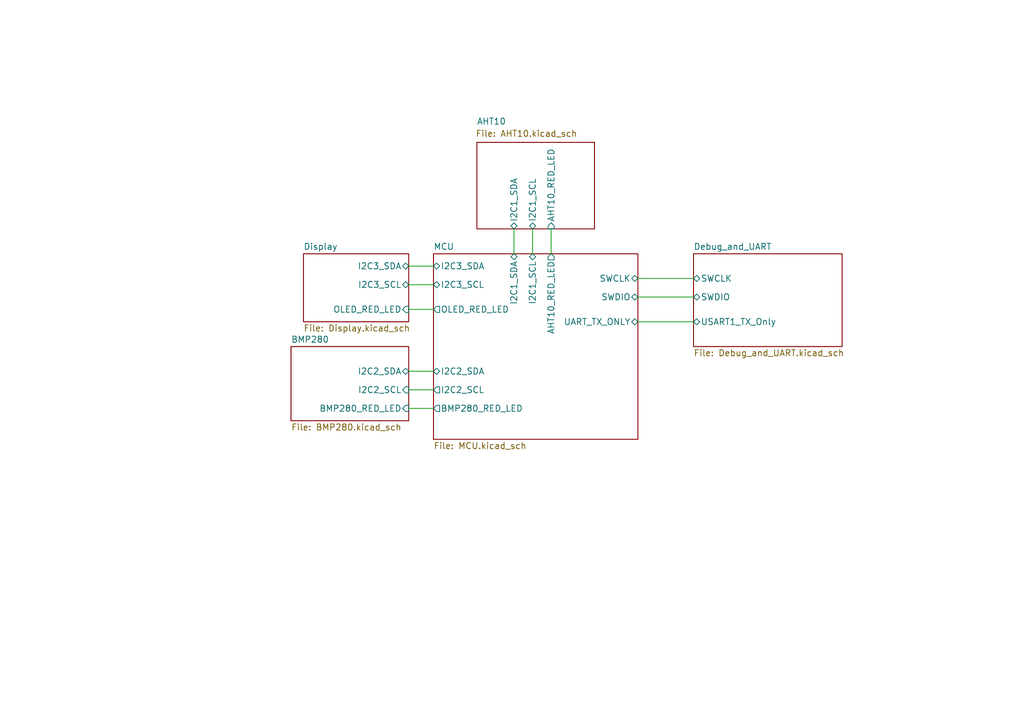
<source format=kicad_sch>
(kicad_sch
	(version 20250114)
	(generator "eeschema")
	(generator_version "9.0")
	(uuid "b48bde2c-fade-4baa-af49-c4bf6f18b927")
	(paper "A5")
	(title_block
		(title "Weather Station")
		(date "2026-01-20")
	)
	(lib_symbols)
	(wire
		(pts
			(xy 105.41 46.99) (xy 105.41 52.07)
		)
		(stroke
			(width 0)
			(type default)
		)
		(uuid "17145794-100a-4888-974d-fa75d4e521db")
	)
	(wire
		(pts
			(xy 109.22 46.99) (xy 109.22 52.07)
		)
		(stroke
			(width 0)
			(type default)
		)
		(uuid "25ea437a-0519-4616-b857-b64711508c62")
	)
	(wire
		(pts
			(xy 130.81 57.15) (xy 142.24 57.15)
		)
		(stroke
			(width 0)
			(type default)
		)
		(uuid "2eca1891-0a84-43cb-bebb-87594df96d23")
	)
	(wire
		(pts
			(xy 83.82 54.61) (xy 88.9 54.61)
		)
		(stroke
			(width 0)
			(type default)
		)
		(uuid "3285121f-1a63-4477-9285-b945e797210d")
	)
	(wire
		(pts
			(xy 130.81 66.04) (xy 142.24 66.04)
		)
		(stroke
			(width 0)
			(type default)
		)
		(uuid "4bf2e4d7-8884-4c2b-8a20-07ea7f458534")
	)
	(wire
		(pts
			(xy 83.82 80.01) (xy 88.9 80.01)
		)
		(stroke
			(width 0)
			(type default)
		)
		(uuid "6a2f3e10-075d-4951-810f-ffc70b05ddff")
	)
	(wire
		(pts
			(xy 113.03 46.99) (xy 113.03 52.07)
		)
		(stroke
			(width 0)
			(type default)
		)
		(uuid "84222992-0c53-4280-8c55-2d17ceed0193")
	)
	(wire
		(pts
			(xy 130.81 60.96) (xy 142.24 60.96)
		)
		(stroke
			(width 0)
			(type default)
		)
		(uuid "b2005570-8faa-4fd4-90e8-29db100f03db")
	)
	(wire
		(pts
			(xy 83.82 58.42) (xy 88.9 58.42)
		)
		(stroke
			(width 0)
			(type default)
		)
		(uuid "cb63dacb-367d-4719-aa54-6c713e290725")
	)
	(wire
		(pts
			(xy 83.82 63.5) (xy 88.9 63.5)
		)
		(stroke
			(width 0)
			(type default)
		)
		(uuid "cd084776-1a53-4e0b-a30c-77d5f68c6e90")
	)
	(wire
		(pts
			(xy 83.82 83.82) (xy 88.9 83.82)
		)
		(stroke
			(width 0)
			(type default)
		)
		(uuid "d0f9cafa-04e7-4b12-9d61-f9db5b23fdca")
	)
	(wire
		(pts
			(xy 83.82 76.2) (xy 88.9 76.2)
		)
		(stroke
			(width 0)
			(type default)
		)
		(uuid "dc5e6985-27e0-45cd-8500-6bb4e210d31e")
	)
	(sheet
		(at 88.9 52.07)
		(size 41.91 38.1)
		(exclude_from_sim no)
		(in_bom yes)
		(on_board yes)
		(dnp no)
		(fields_autoplaced yes)
		(stroke
			(width 0.1524)
			(type solid)
		)
		(fill
			(color 0 0 0 0.0000)
		)
		(uuid "1967fd11-b78f-4f21-895d-a67879131898")
		(property "Sheetname" "MCU"
			(at 88.9 51.3584 0)
			(effects
				(font
					(size 1.27 1.27)
				)
				(justify left bottom)
			)
		)
		(property "Sheetfile" "MCU.kicad_sch"
			(at 88.9 90.7546 0)
			(effects
				(font
					(size 1.27 1.27)
				)
				(justify left top)
			)
		)
		(pin "I2C1_SCL" bidirectional
			(at 109.22 52.07 90)
			(uuid "5acbbbfa-a12f-437a-8ff9-2de66f2ba351")
			(effects
				(font
					(size 1.27 1.27)
				)
				(justify right)
			)
		)
		(pin "I2C1_SDA" bidirectional
			(at 105.41 52.07 90)
			(uuid "d9b5f326-0274-45f7-aac9-1a7343f7ef24")
			(effects
				(font
					(size 1.27 1.27)
				)
				(justify right)
			)
		)
		(pin "I2C3_SCL" bidirectional
			(at 88.9 58.42 180)
			(uuid "c9d73db1-49fe-4e03-8b79-b3dc56d570fb")
			(effects
				(font
					(size 1.27 1.27)
				)
				(justify left)
			)
		)
		(pin "I2C3_SDA" bidirectional
			(at 88.9 54.61 180)
			(uuid "bd229753-26b5-488c-875a-2812a6148f26")
			(effects
				(font
					(size 1.27 1.27)
				)
				(justify left)
			)
		)
		(pin "SWCLK" bidirectional
			(at 130.81 57.15 0)
			(uuid "8592e88c-106e-4d37-8158-cc596091fa25")
			(effects
				(font
					(size 1.27 1.27)
				)
				(justify right)
			)
		)
		(pin "SWDIO" bidirectional
			(at 130.81 60.96 0)
			(uuid "8a995a96-bc60-4be7-9349-ba30bfb35e84")
			(effects
				(font
					(size 1.27 1.27)
				)
				(justify right)
			)
		)
		(pin "UART_TX_ONLY" bidirectional
			(at 130.81 66.04 0)
			(uuid "77574ed3-240e-446a-85e5-000a6dbe2236")
			(effects
				(font
					(size 1.27 1.27)
				)
				(justify right)
			)
		)
		(pin "I2C2_SCL" output
			(at 88.9 80.01 180)
			(uuid "c4666735-7899-4626-992c-8f5495dc7678")
			(effects
				(font
					(size 1.27 1.27)
				)
				(justify left)
			)
		)
		(pin "I2C2_SDA" bidirectional
			(at 88.9 76.2 180)
			(uuid "ebb15afa-4bfe-4a3e-8f8b-348c6406c4d9")
			(effects
				(font
					(size 1.27 1.27)
				)
				(justify left)
			)
		)
		(pin "AHT10_RED_LED" output
			(at 113.03 52.07 90)
			(uuid "4b1b4bbe-e688-44b8-8d48-daae3e1b8b3f")
			(effects
				(font
					(size 1.27 1.27)
				)
				(justify right)
			)
		)
		(pin "BMP280_RED_LED" output
			(at 88.9 83.82 180)
			(uuid "58b6aab9-b249-4681-8761-5827c6ed41f8")
			(effects
				(font
					(size 1.27 1.27)
				)
				(justify left)
			)
		)
		(pin "OLED_RED_LED" output
			(at 88.9 63.5 180)
			(uuid "3697c152-20de-4462-b05d-74e585369c35")
			(effects
				(font
					(size 1.27 1.27)
				)
				(justify left)
			)
		)
		(instances
			(project "STM32F401CCU6_METEOSTATION"
				(path "/b48bde2c-fade-4baa-af49-c4bf6f18b927"
					(page "2")
				)
			)
		)
	)
	(sheet
		(at 97.79 29.21)
		(size 24.13 17.78)
		(exclude_from_sim no)
		(in_bom yes)
		(on_board yes)
		(dnp no)
		(stroke
			(width 0.1524)
			(type solid)
		)
		(fill
			(color 0 0 0 0.0000)
		)
		(uuid "37995e8f-333a-4596-85c2-27e400287e7b")
		(property "Sheetname" "AHT10"
			(at 97.79 25.654 0)
			(effects
				(font
					(size 1.27 1.27)
				)
				(justify left bottom)
			)
		)
		(property "Sheetfile" "AHT10.kicad_sch"
			(at 97.536 26.67 0)
			(effects
				(font
					(size 1.27 1.27)
				)
				(justify left top)
			)
		)
		(pin "I2C1_SCL" bidirectional
			(at 109.22 46.99 270)
			(uuid "7026f39d-c38b-4c64-b740-9e4f67ae221c")
			(effects
				(font
					(size 1.27 1.27)
				)
				(justify left)
			)
		)
		(pin "I2C1_SDA" bidirectional
			(at 105.41 46.99 270)
			(uuid "b9c279a4-dfd1-43f7-afeb-65b4d5cb1b4e")
			(effects
				(font
					(size 1.27 1.27)
				)
				(justify left)
			)
		)
		(pin "AHT10_RED_LED" input
			(at 113.03 46.99 270)
			(uuid "9a10a670-894b-4c59-9239-a923e3d91b89")
			(effects
				(font
					(size 1.27 1.27)
				)
				(justify left)
			)
		)
		(instances
			(project "STM32F401CCU6_METEOSTATION"
				(path "/b48bde2c-fade-4baa-af49-c4bf6f18b927"
					(page "3")
				)
			)
		)
	)
	(sheet
		(at 59.69 71.12)
		(size 24.13 15.24)
		(exclude_from_sim no)
		(in_bom yes)
		(on_board yes)
		(dnp no)
		(fields_autoplaced yes)
		(stroke
			(width 0.1524)
			(type solid)
		)
		(fill
			(color 0 0 0 0.0000)
		)
		(uuid "82146257-b3a1-4c95-9b51-7f934bf5764b")
		(property "Sheetname" "BMP280"
			(at 59.69 70.4084 0)
			(effects
				(font
					(size 1.27 1.27)
				)
				(justify left bottom)
			)
		)
		(property "Sheetfile" "BMP280.kicad_sch"
			(at 59.69 86.9446 0)
			(effects
				(font
					(size 1.27 1.27)
				)
				(justify left top)
			)
		)
		(pin "I2C2_SCL" input
			(at 83.82 80.01 0)
			(uuid "94af4687-720f-4385-95b7-7a00bf8240c2")
			(effects
				(font
					(size 1.27 1.27)
				)
				(justify right)
			)
		)
		(pin "I2C2_SDA" bidirectional
			(at 83.82 76.2 0)
			(uuid "2aaa5d24-585d-40ec-a643-d358c55859ae")
			(effects
				(font
					(size 1.27 1.27)
				)
				(justify right)
			)
		)
		(pin "BMP280_RED_LED" input
			(at 83.82 83.82 0)
			(uuid "551721f2-96d3-4f83-a736-3837adebcfa2")
			(effects
				(font
					(size 1.27 1.27)
				)
				(justify right)
			)
		)
		(instances
			(project "STM32F401CCU6_METEOSTATION"
				(path "/b48bde2c-fade-4baa-af49-c4bf6f18b927"
					(page "4")
				)
			)
		)
	)
	(sheet
		(at 142.24 52.07)
		(size 30.48 19.05)
		(exclude_from_sim no)
		(in_bom yes)
		(on_board yes)
		(dnp no)
		(fields_autoplaced yes)
		(stroke
			(width 0.1524)
			(type solid)
		)
		(fill
			(color 0 0 0 0.0000)
		)
		(uuid "a99c9b24-378d-4486-8708-978613bc79d1")
		(property "Sheetname" "Debug_and_UART"
			(at 142.24 51.3584 0)
			(effects
				(font
					(size 1.27 1.27)
				)
				(justify left bottom)
			)
		)
		(property "Sheetfile" "Debug_and_UART.kicad_sch"
			(at 142.24 71.7046 0)
			(effects
				(font
					(size 1.27 1.27)
				)
				(justify left top)
			)
		)
		(pin "SWCLK" bidirectional
			(at 142.24 57.15 180)
			(uuid "0f477eeb-c492-4b8b-a587-9b3ef486cfe8")
			(effects
				(font
					(size 1.27 1.27)
				)
				(justify left)
			)
		)
		(pin "SWDIO" bidirectional
			(at 142.24 60.96 180)
			(uuid "c2ed8dfc-b754-435a-96da-84d02d791d26")
			(effects
				(font
					(size 1.27 1.27)
				)
				(justify left)
			)
		)
		(pin "USART1_TX_Only" bidirectional
			(at 142.24 66.04 180)
			(uuid "e394ff11-953f-41ea-ab58-bb6e789df656")
			(effects
				(font
					(size 1.27 1.27)
				)
				(justify left)
			)
		)
		(instances
			(project "STM32F401CCU6_METEOSTATION"
				(path "/b48bde2c-fade-4baa-af49-c4bf6f18b927"
					(page "6")
				)
			)
		)
	)
	(sheet
		(at 62.23 52.07)
		(size 21.59 13.97)
		(exclude_from_sim no)
		(in_bom yes)
		(on_board yes)
		(dnp no)
		(fields_autoplaced yes)
		(stroke
			(width 0.1524)
			(type solid)
		)
		(fill
			(color 0 0 0 0.0000)
		)
		(uuid "f2474366-e65b-48a5-ab9b-15667e476d88")
		(property "Sheetname" "Display"
			(at 62.23 51.3584 0)
			(effects
				(font
					(size 1.27 1.27)
				)
				(justify left bottom)
			)
		)
		(property "Sheetfile" "Display.kicad_sch"
			(at 62.23 66.6246 0)
			(effects
				(font
					(size 1.27 1.27)
				)
				(justify left top)
			)
		)
		(pin "I2C3_SCL" bidirectional
			(at 83.82 58.42 0)
			(uuid "6caa2cbe-7836-4735-89d4-300c011e6070")
			(effects
				(font
					(size 1.27 1.27)
				)
				(justify right)
			)
		)
		(pin "I2C3_SDA" bidirectional
			(at 83.82 54.61 0)
			(uuid "446553bd-4913-4a06-b2d1-5e133350a0f3")
			(effects
				(font
					(size 1.27 1.27)
				)
				(justify right)
			)
		)
		(pin "OLED_RED_LED" input
			(at 83.82 63.5 0)
			(uuid "9016bb19-2782-43f8-9db7-4ca755fbcfed")
			(effects
				(font
					(size 1.27 1.27)
				)
				(justify right)
			)
		)
		(instances
			(project "STM32F401CCU6_METEOSTATION"
				(path "/b48bde2c-fade-4baa-af49-c4bf6f18b927"
					(page "5")
				)
			)
		)
	)
	(sheet_instances
		(path "/"
			(page "1")
		)
	)
	(embedded_fonts no)
)

</source>
